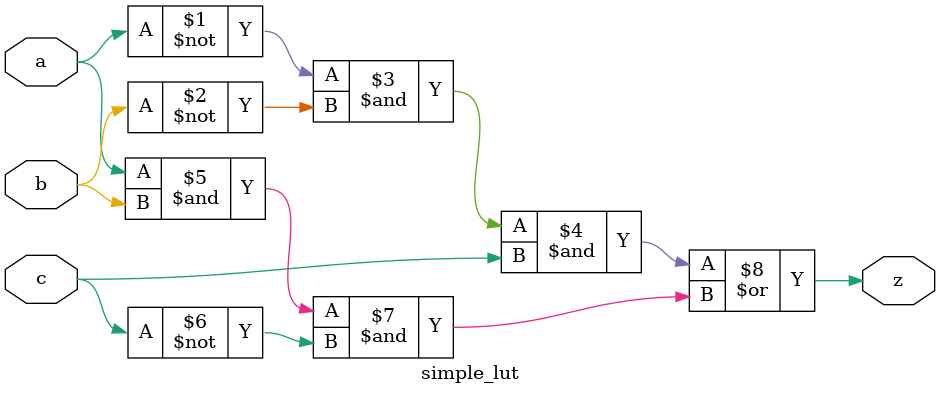
<source format=v>
module simple_lut(
   input a, b, c,
   output z
);
    assign z = (~a & ~b & c) | (a & b & ~c);
endmodule

</source>
